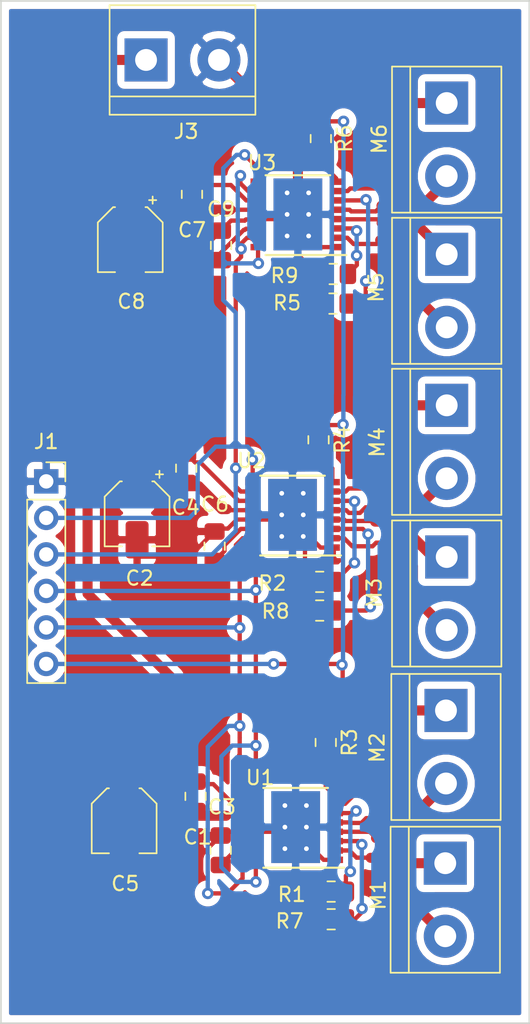
<source format=kicad_pcb>
(kicad_pcb (version 20171130) (host pcbnew "(5.1.2)-2")
  (layers (0 F.Cu signal) (31 B.Cu signal) (34 B.Paste user) (35 F.Paste user) (36 B.SilkS user) (37 F.SilkS user) (38 B.Mask user) (39 F.Mask user) (44 Edge.Cuts user))
  (net 0 "")
  (net 1 +12V)
  (net 2 "Net-(C1-Pad2)")
  (net 3 GND)
  (net 4 "Net-(C3-Pad1)")
  (net 5 "Net-(C4-Pad2)")
  (net 6 "Net-(C6-Pad1)")
  (net 7 "Net-(C7-Pad2)")
  (net 8 "Net-(C9-Pad1)")
  (net 9 /GPIO15)
  (net 10 /GPIO14)
  (net 11 /GPIO2)
  (net 12 /GPIO4)
  (net 13 /AOUT2)
  (net 14 /AOUT1)
  (net 15 /BOUT1)
  (net 16 /BOUT2)
  (net 17 /AFDER1)
  (net 18 /AFDER2)
  (net 19 /BFDER2)
  (net 20 /BFDER1)
  (net 21 /ADER2)
  (net 22 /ADER1)
  (net 23 /BDER1)
  (net 24 /BDER2)
  (net 25 "Net-(R1-Pad1)")
  (net 26 "Net-(R2-Pad1)")
  (net 27 "Net-(R3-Pad2)")
  (net 28 "Net-(R4-Pad2)")
  (net 29 "Net-(R5-Pad1)")
  (net 30 "Net-(R6-Pad2)")
  (net 31 VCC)
  (net 32 "Net-(R7-Pad1)")
  (net 33 "Net-(R8-Pad1)")
  (net 34 "Net-(R9-Pad1)")
  (module Capacitor_SMD:C_0805_2012Metric_Pad1.15x1.40mm_HandSolder (layer F.Cu) (at 149.175 87.025 90)
    (fp_text reference C3 (at 3.01 0.09 180) (layer F.SilkS))
    (fp_text value 2.2uF)
    (pad 2 smd roundrect (at 1.025 0 90) (size 1.15 1.4) (layers F.Cu F.Paste F.Mask) (roundrect_rratio 0.217391) (net 3 GND))
    (pad 1 smd roundrect (at -1.025 0 90) (size 1.15 1.4) (layers F.Cu F.Paste F.Mask) (roundrect_rratio 0.217391) (net 4 "Net-(C3-Pad1)"))
  )
  (module Package_SO:HTSSOP-16-1EP_4.4x5mm_P0.65mm_EP3.4x5mm_Mask2.46x2.31mm_ThermalVias (layer F.Cu) (at 154.555 42.795 180)
    (fp_text reference U3 (at 2.505 3.595) (layer F.SilkS))
    (fp_text value DRV8833PWP)
    (pad 17 smd rect (at 0 0 180) (size 3.4 5) (layers B.Cu) (net 3 GND))
    (pad 1 smd rect (at -2.775 -2.275 180) (size 1.05 0.45) (layers F.Cu F.Paste F.Mask) (net 3 GND))
    (pad 2 smd rect (at -2.775 -1.625 180) (size 1.05 0.45) (layers F.Cu F.Paste F.Mask) (net 22 /ADER1))
    (pad 3 smd rect (at -2.775 -0.975 180) (size 1.05 0.45) (layers F.Cu F.Paste F.Mask) (net 34 "Net-(R9-Pad1)"))
    (pad 4 smd rect (at -2.775 -0.325 180) (size 1.05 0.45) (layers F.Cu F.Paste F.Mask) (net 21 /ADER2))
    (pad 5 smd rect (at -2.775 0.325 180) (size 1.05 0.45) (layers F.Cu F.Paste F.Mask) (net 24 /BDER2))
    (pad 6 smd rect (at -2.775 0.975 180) (size 1.05 0.45) (layers F.Cu F.Paste F.Mask) (net 29 "Net-(R5-Pad1)"))
    (pad 7 smd rect (at -2.775 1.625 180) (size 1.05 0.45) (layers F.Cu F.Paste F.Mask) (net 23 /BDER1))
    (pad 8 smd rect (at -2.775 2.275 180) (size 1.05 0.45) (layers F.Cu F.Paste F.Mask) (net 30 "Net-(R6-Pad2)"))
    (pad 9 smd rect (at 2.775 2.275 180) (size 1.05 0.45) (layers F.Cu F.Paste F.Mask) (net 10 /GPIO14))
    (pad 10 smd rect (at 2.775 1.625 180) (size 1.05 0.45) (layers F.Cu F.Paste F.Mask) (net 9 /GPIO15))
    (pad 11 smd rect (at 2.775 0.975 180) (size 1.05 0.45) (layers F.Cu F.Paste F.Mask) (net 7 "Net-(C7-Pad2)"))
    (pad 12 smd rect (at 2.775 0.325 180) (size 1.05 0.45) (layers F.Cu F.Paste F.Mask) (net 1 +12V))
    (pad 13 smd rect (at 2.775 -0.325 180) (size 1.05 0.45) (layers F.Cu F.Paste F.Mask) (net 3 GND))
    (pad 14 smd rect (at 2.775 -0.975 180) (size 1.05 0.45) (layers F.Cu F.Paste F.Mask) (net 8 "Net-(C9-Pad1)"))
    (pad 15 smd rect (at 2.775 -1.625 180) (size 1.05 0.45) (layers F.Cu F.Paste F.Mask) (net 9 /GPIO15))
    (pad 16 smd rect (at 2.775 -2.275 180) (size 1.05 0.45) (layers F.Cu F.Paste F.Mask) (net 10 /GPIO14))
    (pad 17 smd rect (at 0 0 180) (size 3.4 5) (layers F.Cu) (net 3 GND))
    (pad 17 thru_hole circle (at -0.75 -1.5 180) (size 0.75 0.75) (drill 0.33) (layers *.Cu) (net 3 GND))
    (pad 17 thru_hole circle (at 0.75 -1.5 180) (size 0.75 0.75) (drill 0.33) (layers *.Cu) (net 3 GND))
    (pad 17 thru_hole circle (at -0.75 0 180) (size 0.75 0.75) (drill 0.33) (layers *.Cu) (net 3 GND))
    (pad 17 thru_hole circle (at 0.75 0 180) (size 0.75 0.75) (drill 0.33) (layers *.Cu) (net 3 GND))
    (pad 17 thru_hole circle (at -0.75 1.5 180) (size 0.75 0.75) (drill 0.33) (layers *.Cu) (net 3 GND))
    (pad 17 thru_hole circle (at 0.75 1.5 180) (size 0.75 0.75) (drill 0.33) (layers *.Cu) (net 3 GND))
  )
  (module Resistor_SMD:R_0805_2012Metric_Pad1.15x1.40mm_HandSolder (layer F.Cu) (at 156.075 68.355 180)
    (fp_text reference R2 (at 3.3 -0.095) (layer F.SilkS))
    (fp_text value 200mOhm)
    (pad 2 smd roundrect (at 1.025 0 180) (size 1.15 1.4) (layers F.Cu F.Paste F.Mask) (roundrect_rratio 0.217391) (net 3 GND))
    (pad 1 smd roundrect (at -1.025 0 180) (size 1.15 1.4) (layers F.Cu F.Paste F.Mask) (roundrect_rratio 0.217391) (net 26 "Net-(R2-Pad1)"))
  )
  (module Connector_PinSocket_2.54mm:PinSocket_1x06_P2.54mm_Vertical (layer F.Cu) (at 137.02 61.365)
    (fp_text reference J1 (at 0 -2.77) (layer F.SilkS))
    (fp_text value Conn_01x06_Female)
    (pad 1 thru_hole rect (at 0 0) (size 1.7 1.7) (drill 1) (layers *.Cu *.Mask) (net 3 GND))
    (pad 2 thru_hole oval (at 0 2.54) (size 1.7 1.7) (drill 1) (layers *.Cu *.Mask) (net 10 /GPIO14))
    (pad 3 thru_hole oval (at 0 5.08) (size 1.7 1.7) (drill 1) (layers *.Cu *.Mask) (net 9 /GPIO15))
    (pad 4 thru_hole oval (at 0 7.62) (size 1.7 1.7) (drill 1) (layers *.Cu *.Mask) (net 12 /GPIO4))
    (pad 5 thru_hole oval (at 0 10.16) (size 1.7 1.7) (drill 1) (layers *.Cu *.Mask) (net 11 /GPIO2))
    (pad 6 thru_hole oval (at 0 12.7) (size 1.7 1.7) (drill 1) (layers *.Cu *.Mask) (net 31 VCC))
  )
  (module TerminalBlock:TerminalBlock_bornier-2_P5.08mm (layer F.Cu) (at 164.825 87.925 270)
    (fp_text reference M1 (at 2.225 4.675 90) (layer F.SilkS))
    (fp_text value Motor_DC)
    (pad 2 thru_hole circle (at 5.08 0 270) (size 3 3) (drill 1.52) (layers *.Cu *.Mask) (net 14 /AOUT1))
    (pad 1 thru_hole rect (at 0 0 270) (size 3 3) (drill 1.52) (layers *.Cu *.Mask) (net 13 /AOUT2))
  )
  (module Capacitor_SMD:C_0805_2012Metric_Pad1.15x1.40mm_HandSolder (layer F.Cu) (at 147.425 83.275 90)
    (fp_text reference C1 (at -2.83 0.135 180) (layer F.SilkS))
    (fp_text value .01uF)
    (pad 1 smd roundrect (at -1.025 0 90) (size 1.15 1.4) (layers F.Cu F.Paste F.Mask) (roundrect_rratio 0.217391) (net 1 +12V))
    (pad 2 smd roundrect (at 1.025 0 90) (size 1.15 1.4) (layers F.Cu F.Paste F.Mask) (roundrect_rratio 0.217391) (net 2 "Net-(C1-Pad2)"))
  )
  (module Capacitor_SMD:C_0805_2012Metric_Pad1.15x1.40mm_HandSolder (layer F.Cu) (at 146.775 60.45 90)
    (fp_text reference C4 (at -2.722 -0.04 180) (layer F.SilkS))
    (fp_text value .01uF)
    (pad 1 smd roundrect (at -1.025 0 90) (size 1.15 1.4) (layers F.Cu F.Paste F.Mask) (roundrect_rratio 0.217391) (net 1 +12V))
    (pad 2 smd roundrect (at 1.025 0 90) (size 1.15 1.4) (layers F.Cu F.Paste F.Mask) (roundrect_rratio 0.217391) (net 5 "Net-(C4-Pad2)"))
  )
  (module Capacitor_SMD:C_0805_2012Metric_Pad1.15x1.40mm_HandSolder (layer F.Cu) (at 148.75 65.875 90)
    (fp_text reference C6 (at 2.915 0.026 180) (layer F.SilkS))
    (fp_text value 2.2uF)
    (pad 2 smd roundrect (at 1.025 0 90) (size 1.15 1.4) (layers F.Cu F.Paste F.Mask) (roundrect_rratio 0.217391) (net 3 GND))
    (pad 1 smd roundrect (at -1.025 0 90) (size 1.15 1.4) (layers F.Cu F.Paste F.Mask) (roundrect_rratio 0.217391) (net 6 "Net-(C6-Pad1)"))
  )
  (module Capacitor_SMD:C_0805_2012Metric_Pad1.15x1.40mm_HandSolder (layer F.Cu) (at 147.175 41.4 90)
    (fp_text reference C7 (at -2.473 0.002 180) (layer F.SilkS))
    (fp_text value .01uF)
    (pad 1 smd roundrect (at -1.025 0 90) (size 1.15 1.4) (layers F.Cu F.Paste F.Mask) (roundrect_rratio 0.217391) (net 1 +12V))
    (pad 2 smd roundrect (at 1.025 0 90) (size 1.15 1.4) (layers F.Cu F.Paste F.Mask) (roundrect_rratio 0.217391) (net 7 "Net-(C7-Pad2)"))
  )
  (module Capacitor_SMD:C_0805_2012Metric_Pad1.15x1.40mm_HandSolder (layer F.Cu) (at 149.2 44.95 90)
    (fp_text reference C9 (at 2.525 0 180) (layer F.SilkS))
    (fp_text value 2.2uF)
    (pad 1 smd roundrect (at -1.025 0 90) (size 1.15 1.4) (layers F.Cu F.Paste F.Mask) (roundrect_rratio 0.217391) (net 8 "Net-(C9-Pad1)"))
    (pad 2 smd roundrect (at 1.025 0 90) (size 1.15 1.4) (layers F.Cu F.Paste F.Mask) (roundrect_rratio 0.217391) (net 3 GND))
  )
  (module Resistor_SMD:R_0805_2012Metric_Pad1.15x1.40mm_HandSolder (layer F.Cu) (at 156.875 89.9 180)
    (fp_text reference R1 (at 2.75 -0.2) (layer F.SilkS))
    (fp_text value 200mOhms)
    (pad 2 smd roundrect (at 1.025 0 180) (size 1.15 1.4) (layers F.Cu F.Paste F.Mask) (roundrect_rratio 0.217391) (net 3 GND))
    (pad 1 smd roundrect (at -1.025 0 180) (size 1.15 1.4) (layers F.Cu F.Paste F.Mask) (roundrect_rratio 0.217391) (net 25 "Net-(R1-Pad1)"))
  )
  (module Resistor_SMD:R_0805_2012Metric_Pad1.15x1.40mm_HandSolder (layer F.Cu) (at 156.498 79.526 270)
    (fp_text reference R3 (at 0 -1.65 90) (layer F.SilkS))
    (fp_text value 1KOhm)
    (pad 2 smd roundrect (at 1.025 0 270) (size 1.15 1.4) (layers F.Cu F.Paste F.Mask) (roundrect_rratio 0.217391) (net 27 "Net-(R3-Pad2)"))
    (pad 1 smd roundrect (at -1.025 0 270) (size 1.15 1.4) (layers F.Cu F.Paste F.Mask) (roundrect_rratio 0.217391) (net 31 VCC))
  )
  (module Resistor_SMD:R_0805_2012Metric_Pad1.15x1.40mm_HandSolder (layer F.Cu) (at 155.994 58.474 270)
    (fp_text reference R4 (at 0 -1.65 90) (layer F.SilkS))
    (fp_text value 1KOhm)
    (pad 1 smd roundrect (at -1.025 0 270) (size 1.15 1.4) (layers F.Cu F.Paste F.Mask) (roundrect_rratio 0.217391) (net 31 VCC))
    (pad 2 smd roundrect (at 1.025 0 270) (size 1.15 1.4) (layers F.Cu F.Paste F.Mask) (roundrect_rratio 0.217391) (net 28 "Net-(R4-Pad2)"))
  )
  (module Resistor_SMD:R_0805_2012Metric_Pad1.15x1.40mm_HandSolder (layer F.Cu) (at 157 49 180)
    (fp_text reference R5 (at 3.2 0.05) (layer F.SilkS))
    (fp_text value 200mOhm)
    (pad 1 smd roundrect (at -1.025 0 180) (size 1.15 1.4) (layers F.Cu F.Paste F.Mask) (roundrect_rratio 0.217391) (net 29 "Net-(R5-Pad1)"))
    (pad 2 smd roundrect (at 1.025 0 180) (size 1.15 1.4) (layers F.Cu F.Paste F.Mask) (roundrect_rratio 0.217391) (net 3 GND))
  )
  (module Resistor_SMD:R_0805_2012Metric_Pad1.15x1.40mm_HandSolder (layer F.Cu) (at 156.155 37.522 270)
    (fp_text reference R6 (at 0 -1.65 90) (layer F.SilkS))
    (fp_text value 1KOhm)
    (pad 1 smd roundrect (at -1.025 0 270) (size 1.15 1.4) (layers F.Cu F.Paste F.Mask) (roundrect_rratio 0.217391) (net 31 VCC))
    (pad 2 smd roundrect (at 1.025 0 270) (size 1.15 1.4) (layers F.Cu F.Paste F.Mask) (roundrect_rratio 0.217391) (net 30 "Net-(R6-Pad2)"))
  )
  (module Package_SO:HTSSOP-16-1EP_4.4x5mm_P0.65mm_EP3.4x5mm_Mask2.46x2.31mm_ThermalVias (layer F.Cu) (at 154.4 85.415 180)
    (fp_text reference U1 (at 2.475 3.44) (layer F.SilkS))
    (fp_text value DRV8833PWP)
    (pad 17 smd rect (at 0 0 180) (size 3.4 5) (layers B.Cu) (net 3 GND))
    (pad 1 smd rect (at -2.775 -2.275 180) (size 1.05 0.45) (layers F.Cu F.Paste F.Mask) (net 3 GND))
    (pad 2 smd rect (at -2.775 -1.625 180) (size 1.05 0.45) (layers F.Cu F.Paste F.Mask) (net 14 /AOUT1))
    (pad 3 smd rect (at -2.775 -0.975 180) (size 1.05 0.45) (layers F.Cu F.Paste F.Mask) (net 32 "Net-(R7-Pad1)"))
    (pad 4 smd rect (at -2.775 -0.325 180) (size 1.05 0.45) (layers F.Cu F.Paste F.Mask) (net 13 /AOUT2))
    (pad 5 smd rect (at -2.775 0.325 180) (size 1.05 0.45) (layers F.Cu F.Paste F.Mask) (net 16 /BOUT2))
    (pad 6 smd rect (at -2.775 0.975 180) (size 1.05 0.45) (layers F.Cu F.Paste F.Mask) (net 25 "Net-(R1-Pad1)"))
    (pad 7 smd rect (at -2.775 1.625 180) (size 1.05 0.45) (layers F.Cu F.Paste F.Mask) (net 15 /BOUT1))
    (pad 8 smd rect (at -2.775 2.275 180) (size 1.05 0.45) (layers F.Cu F.Paste F.Mask) (net 27 "Net-(R3-Pad2)"))
    (pad 9 smd rect (at 2.775 2.275 180) (size 1.05 0.45) (layers F.Cu F.Paste F.Mask) (net 12 /GPIO4))
    (pad 10 smd rect (at 2.775 1.625 180) (size 1.05 0.45) (layers F.Cu F.Paste F.Mask) (net 11 /GPIO2))
    (pad 11 smd rect (at 2.775 0.975 180) (size 1.05 0.45) (layers F.Cu F.Paste F.Mask) (net 2 "Net-(C1-Pad2)"))
    (pad 12 smd rect (at 2.775 0.325 180) (size 1.05 0.45) (layers F.Cu F.Paste F.Mask) (net 1 +12V))
    (pad 13 smd rect (at 2.775 -0.325 180) (size 1.05 0.45) (layers F.Cu F.Paste F.Mask) (net 3 GND))
    (pad 14 smd rect (at 2.775 -0.975 180) (size 1.05 0.45) (layers F.Cu F.Paste F.Mask) (net 4 "Net-(C3-Pad1)"))
    (pad 15 smd rect (at 2.775 -1.625 180) (size 1.05 0.45) (layers F.Cu F.Paste F.Mask) (net 11 /GPIO2))
    (pad 16 smd rect (at 2.775 -2.275 180) (size 1.05 0.45) (layers F.Cu F.Paste F.Mask) (net 12 /GPIO4))
    (pad 17 smd rect (at 0 0 180) (size 3.4 5) (layers F.Cu) (net 3 GND))
    (pad 17 thru_hole circle (at -0.75 -1.5 180) (size 0.75 0.75) (drill 0.33) (layers *.Cu) (net 3 GND))
    (pad 17 thru_hole circle (at 0.75 -1.5 180) (size 0.75 0.75) (drill 0.33) (layers *.Cu) (net 3 GND))
    (pad 17 thru_hole circle (at -0.75 0 180) (size 0.75 0.75) (drill 0.33) (layers *.Cu) (net 3 GND))
    (pad 17 thru_hole circle (at 0.75 0 180) (size 0.75 0.75) (drill 0.33) (layers *.Cu) (net 3 GND))
    (pad 17 thru_hole circle (at -0.75 1.5 180) (size 0.75 0.75) (drill 0.33) (layers *.Cu) (net 3 GND))
    (pad 17 thru_hole circle (at 0.75 1.5 180) (size 0.75 0.75) (drill 0.33) (layers *.Cu) (net 3 GND))
  )
  (module Package_SO:HTSSOP-16-1EP_4.4x5mm_P0.65mm_EP3.4x5mm_Mask2.46x2.31mm_ThermalVias (layer F.Cu) (at 154.18 63.695 180)
    (fp_text reference U2 (at 2.855 3.77) (layer F.SilkS))
    (fp_text value DRV8833PWP)
    (pad 17 thru_hole circle (at 0.75 1.5 180) (size 0.75 0.75) (drill 0.33) (layers *.Cu) (net 3 GND))
    (pad 17 thru_hole circle (at -0.75 1.5 180) (size 0.75 0.75) (drill 0.33) (layers *.Cu) (net 3 GND))
    (pad 17 thru_hole circle (at 0.75 0 180) (size 0.75 0.75) (drill 0.33) (layers *.Cu) (net 3 GND))
    (pad 17 thru_hole circle (at -0.75 0 180) (size 0.75 0.75) (drill 0.33) (layers *.Cu) (net 3 GND))
    (pad 17 thru_hole circle (at 0.75 -1.5 180) (size 0.75 0.75) (drill 0.33) (layers *.Cu) (net 3 GND))
    (pad 17 thru_hole circle (at -0.75 -1.5 180) (size 0.75 0.75) (drill 0.33) (layers *.Cu) (net 3 GND))
    (pad 17 smd rect (at 0 0 180) (size 3.4 5) (layers F.Cu) (net 3 GND))
    (pad 16 smd rect (at 2.775 -2.275 180) (size 1.05 0.45) (layers F.Cu F.Paste F.Mask) (net 12 /GPIO4))
    (pad 15 smd rect (at 2.775 -1.625 180) (size 1.05 0.45) (layers F.Cu F.Paste F.Mask) (net 11 /GPIO2))
    (pad 14 smd rect (at 2.775 -0.975 180) (size 1.05 0.45) (layers F.Cu F.Paste F.Mask) (net 6 "Net-(C6-Pad1)"))
    (pad 13 smd rect (at 2.775 -0.325 180) (size 1.05 0.45) (layers F.Cu F.Paste F.Mask) (net 3 GND))
    (pad 12 smd rect (at 2.775 0.325 180) (size 1.05 0.45) (layers F.Cu F.Paste F.Mask) (net 1 +12V))
    (pad 11 smd rect (at 2.775 0.975 180) (size 1.05 0.45) (layers F.Cu F.Paste F.Mask) (net 5 "Net-(C4-Pad2)"))
    (pad 10 smd rect (at 2.775 1.625 180) (size 1.05 0.45) (layers F.Cu F.Paste F.Mask) (net 9 /GPIO15))
    (pad 9 smd rect (at 2.775 2.275 180) (size 1.05 0.45) (layers F.Cu F.Paste F.Mask) (net 10 /GPIO14))
    (pad 8 smd rect (at -2.775 2.275 180) (size 1.05 0.45) (layers F.Cu F.Paste F.Mask) (net 28 "Net-(R4-Pad2)"))
    (pad 7 smd rect (at -2.775 1.625 180) (size 1.05 0.45) (layers F.Cu F.Paste F.Mask) (net 20 /BFDER1))
    (pad 6 smd rect (at -2.775 0.975 180) (size 1.05 0.45) (layers F.Cu F.Paste F.Mask) (net 26 "Net-(R2-Pad1)"))
    (pad 5 smd rect (at -2.775 0.325 180) (size 1.05 0.45) (layers F.Cu F.Paste F.Mask) (net 19 /BFDER2))
    (pad 4 smd rect (at -2.775 -0.325 180) (size 1.05 0.45) (layers F.Cu F.Paste F.Mask) (net 18 /AFDER2))
    (pad 3 smd rect (at -2.775 -0.975 180) (size 1.05 0.45) (layers F.Cu F.Paste F.Mask) (net 33 "Net-(R8-Pad1)"))
    (pad 2 smd rect (at -2.775 -1.625 180) (size 1.05 0.45) (layers F.Cu F.Paste F.Mask) (net 17 /AFDER1))
    (pad 1 smd rect (at -2.775 -2.275 180) (size 1.05 0.45) (layers F.Cu F.Paste F.Mask) (net 3 GND))
    (pad 17 smd rect (at 0 0 180) (size 3.4 5) (layers B.Cu) (net 3 GND))
  )
  (module TerminalBlock:TerminalBlock_bornier-2_P5.08mm (layer F.Cu) (at 164.875 77.3 270)
    (fp_text reference M2 (at 2.6 4.8 90) (layer F.SilkS))
    (fp_text value Motor_DC)
    (pad 2 thru_hole circle (at 5.08 0 270) (size 3 3) (drill 1.52) (layers *.Cu *.Mask) (net 16 /BOUT2))
    (pad 1 thru_hole rect (at 0 0 270) (size 3 3) (drill 1.52) (layers *.Cu *.Mask) (net 15 /BOUT1))
  )
  (module TerminalBlock:TerminalBlock_bornier-2_P5.08mm (layer F.Cu) (at 164.925 66.625 270)
    (fp_text reference M3 (at 2.5 5.05 90) (layer F.SilkS))
    (fp_text value Motor_DC)
    (pad 1 thru_hole rect (at 0 0 270) (size 3 3) (drill 1.52) (layers *.Cu *.Mask) (net 18 /AFDER2))
    (pad 2 thru_hole circle (at 5.08 0 270) (size 3 3) (drill 1.52) (layers *.Cu *.Mask) (net 17 /AFDER1))
  )
  (module TerminalBlock:TerminalBlock_bornier-2_P5.08mm (layer F.Cu) (at 164.925 56.075 270)
    (fp_text reference M4 (at 2.575 4.85 90) (layer F.SilkS))
    (fp_text value Motor_DC)
    (pad 1 thru_hole rect (at 0 0 270) (size 3 3) (drill 1.52) (layers *.Cu *.Mask) (net 20 /BFDER1))
    (pad 2 thru_hole circle (at 5.08 0 270) (size 3 3) (drill 1.52) (layers *.Cu *.Mask) (net 19 /BFDER2))
  )
  (module TerminalBlock:TerminalBlock_bornier-2_P5.08mm (layer F.Cu) (at 164.925 45.57 270)
    (fp_text reference M5 (at 2.305 4.925 90) (layer F.SilkS))
    (fp_text value Motor_DC)
    (pad 1 thru_hole rect (at 0 0 270) (size 3 3) (drill 1.52) (layers *.Cu *.Mask) (net 21 /ADER2))
    (pad 2 thru_hole circle (at 5.08 0 270) (size 3 3) (drill 1.52) (layers *.Cu *.Mask) (net 22 /ADER1))
  )
  (module TerminalBlock:TerminalBlock_bornier-2_P5.08mm (layer F.Cu) (at 164.925 35.05 270)
    (fp_text reference M6 (at 2.5 4.7 90) (layer F.SilkS))
    (fp_text value Motor_DC)
    (pad 2 thru_hole circle (at 5.08 0 270) (size 3 3) (drill 1.52) (layers *.Cu *.Mask) (net 24 /BDER2))
    (pad 1 thru_hole rect (at 0 0 270) (size 3 3) (drill 1.52) (layers *.Cu *.Mask) (net 23 /BDER1))
  )
  (module Resistor_SMD:R_0805_2012Metric_Pad1.15x1.40mm_HandSolder (layer F.Cu) (at 156.875 91.825 180)
    (fp_text reference R7 (at 2.9 -0.125) (layer F.SilkS))
    (fp_text value 200mOhms)
    (pad 2 smd roundrect (at 1.025 0 180) (size 1.15 1.4) (layers F.Cu F.Paste F.Mask) (roundrect_rratio 0.217391) (net 3 GND))
    (pad 1 smd roundrect (at -1.025 0 180) (size 1.15 1.4) (layers F.Cu F.Paste F.Mask) (roundrect_rratio 0.217391) (net 32 "Net-(R7-Pad1)"))
  )
  (module Resistor_SMD:R_0805_2012Metric_Pad1.15x1.40mm_HandSolder (layer F.Cu) (at 156.075 70.35 180)
    (fp_text reference R8 (at 3.075 -0.05) (layer F.SilkS))
    (fp_text value 200mOhm)
    (pad 1 smd roundrect (at -1.025 0 180) (size 1.15 1.4) (layers F.Cu F.Paste F.Mask) (roundrect_rratio 0.217391) (net 33 "Net-(R8-Pad1)"))
    (pad 2 smd roundrect (at 1.025 0 180) (size 1.15 1.4) (layers F.Cu F.Paste F.Mask) (roundrect_rratio 0.217391) (net 3 GND))
  )
  (module Resistor_SMD:R_0805_2012Metric_Pad1.15x1.40mm_HandSolder (layer F.Cu) (at 157.015 46.94 180)
    (fp_text reference R9 (at 3.39 -0.11) (layer F.SilkS))
    (fp_text value 200mOhms)
    (pad 1 smd roundrect (at -1.025 0 180) (size 1.15 1.4) (layers F.Cu F.Paste F.Mask) (roundrect_rratio 0.217391) (net 34 "Net-(R9-Pad1)"))
    (pad 2 smd roundrect (at 1.025 0 180) (size 1.15 1.4) (layers F.Cu F.Paste F.Mask) (roundrect_rratio 0.217391) (net 3 GND))
  )
  (module TerminalBlock:TerminalBlock_bornier-2_P5.08mm (layer F.Cu) (at 143.975 32.05)
    (fp_text reference J3 (at 2.8 4.975 180) (layer F.SilkS))
    (fp_text value Screw_Terminal_01x02)
    (pad 1 thru_hole rect (at 0 0) (size 3 3) (drill 1.52) (layers *.Cu *.Mask) (net 1 +12V))
    (pad 2 thru_hole circle (at 5.08 0) (size 3 3) (drill 1.52) (layers *.Cu *.Mask) (net 3 GND))
  )
  (module Capacitor_SMD:CP_Elec_4x5.4 (layer F.Cu) (at 143.35 63.625 270)
    (fp_text reference C2 (at 4.475 -0.175 180) (layer F.SilkS))
    (fp_text value 10uF)
    (pad 2 smd roundrect (at 1.8 0 270) (size 2.6 1.6) (layers F.Cu F.Paste F.Mask) (roundrect_rratio 0.15625) (net 3 GND))
    (pad 1 smd roundrect (at -1.8 0 270) (size 2.6 1.6) (layers F.Cu F.Paste F.Mask) (roundrect_rratio 0.15625) (net 1 +12V))
  )
  (module Capacitor_SMD:C_Elec_4x5.4 (layer F.Cu) (at 142.45 84.975 270)
    (fp_text reference C5 (at 4.375 -0.075 180) (layer F.SilkS))
    (fp_text value 10uF)
    (pad 1 smd roundrect (at -1.675 0 270) (size 2.65 1.6) (layers F.Cu F.Paste F.Mask) (roundrect_rratio 0.15625) (net 1 +12V))
    (pad 2 smd roundrect (at 1.675 0 270) (size 2.65 1.6) (layers F.Cu F.Paste F.Mask) (roundrect_rratio 0.15625) (net 3 GND))
  )
  (module Capacitor_SMD:CP_Elec_4x5.4 (layer F.Cu) (at 142.875 44.55 270)
    (fp_text reference C8 (at 4.3 -0.075 180) (layer F.SilkS))
    (fp_text value 10uF)
    (pad 2 smd roundrect (at 1.8 0 270) (size 2.6 1.6) (layers F.Cu F.Paste F.Mask) (roundrect_rratio 0.15625) (net 3 GND))
    (pad 1 smd roundrect (at -1.8 0 270) (size 2.6 1.6) (layers F.Cu F.Paste F.Mask) (roundrect_rratio 0.15625) (net 1 +12V))
  )
  (gr_line (start 170.688 27.94) (end 133.858 27.94) (layer Edge.Cuts) (width 0.12))
  (gr_line (start 170.688 99.06) (end 133.858 99.06) (layer Edge.Cuts) (width 0.12))
  (gr_line (start 133.858 99.06) (end 133.858 27.94) (layer Edge.Cuts) (width 0.12))
  (gr_line (start 170.688 27.94) (end 170.688 99.06) (layer Edge.Cuts) (width 0.12))
  (segment (start 143.975 32.05) (end 142.175 32.05) (width 0.3) (layer F.Cu) (net 1))
  (segment (start 151.087831 42.47) (end 151.78 42.47) (width 0.3) (layer F.Cu) (net 1))
  (segment (start 148.960001 42.470001) (end 148.960002 42.47) (width 0.3) (layer F.Cu) (net 1))
  (segment (start 148.960002 42.47) (end 149.13 42.47) (width 0.3) (layer F.Cu) (net 1))
  (segment (start 148.275 42.6) (end 148.425 42.45) (width 0.3) (layer F.Cu) (net 1))
  (segment (start 149.87 42.47) (end 151.087831 42.47) (width 0.3) (layer F.Cu) (net 1))
  (segment (start 151.405 63.37) (end 149.72 63.37) (width 0.3) (layer F.Cu) (net 1))
  (segment (start 149.9 84.625) (end 149.55 84.625) (width 0.3) (layer F.Cu) (net 1))
  (segment (start 151.625 85.09) (end 150.365 85.09) (width 0.3) (layer F.Cu) (net 1))
  (segment (start 150.365 85.09) (end 149.9 84.625) (width 0.3) (layer F.Cu) (net 1))
  (segment (start 139.988 42.198) (end 139.954 42.164) (width 0.3) (layer F.Cu) (net 1))
  (segment (start 139.954 41.402) (end 139.954 41.91) (width 0.7) (layer F.Cu) (net 1))
  (segment (start 139.954 33.871) (end 139.954 41.402) (width 0.7) (layer F.Cu) (net 1))
  (segment (start 143.975 32.05) (end 141.775 32.05) (width 0.7) (layer F.Cu) (net 1))
  (segment (start 141.775 32.05) (end 139.954 33.871) (width 0.7) (layer F.Cu) (net 1))
  (segment (start 139.954 42.672) (end 139.954 42.164) (width 0.7) (layer F.Cu) (net 1))
  (segment (start 139.954 42.164) (end 139.954 41.91) (width 0.7) (layer F.Cu) (net 1))
  (segment (start 146.342 61.722) (end 146.364 61.7) (width 0.7) (layer F.Cu) (net 1))
  (segment (start 145.542 61.722) (end 146.342 61.722) (width 0.7) (layer F.Cu) (net 1))
  (segment (start 146.364 61.7) (end 147.65 61.7) (width 0.7) (layer F.Cu) (net 1))
  (segment (start 147.65 61.7) (end 149.246416 63.296416) (width 0.7) (layer F.Cu) (net 1))
  (segment (start 149.246416 63.296416) (end 149.614357 63.296416) (width 0.7) (layer F.Cu) (net 1))
  (segment (start 139.954 43.18) (end 139.954 42.672) (width 0.7) (layer F.Cu) (net 1))
  (segment (start 145.542 61.722) (end 144.228 61.722) (width 0.7) (layer F.Cu) (net 1))
  (segment (start 140.728 61.722) (end 139.9 62.55) (width 0.7) (layer F.Cu) (net 1))
  (segment (start 147.225 84.625) (end 149.55 84.625) (width 0.7) (layer F.Cu) (net 1))
  (segment (start 139.9 62.55) (end 139.9 69.175) (width 0.7) (layer F.Cu) (net 1))
  (segment (start 144.228 61.722) (end 140.728 61.722) (width 0.7) (layer F.Cu) (net 1))
  (segment (start 145.78 75.055) (end 145.78 83.18) (width 0.7) (layer F.Cu) (net 1))
  (segment (start 139.9 69.175) (end 145.78 75.055) (width 0.7) (layer F.Cu) (net 1))
  (segment (start 145.78 83.18) (end 147.225 84.625) (width 0.7) (layer F.Cu) (net 1))
  (segment (start 143.6 83.05) (end 144.7 83.05) (width 0.7) (layer F.Cu) (net 1))
  (segment (start 144.7 83.05) (end 145.65 83.05) (width 0.7) (layer F.Cu) (net 1))
  (segment (start 142.7 83.05) (end 144.7 83.05) (width 0.7) (layer F.Cu) (net 1))
  (segment (start 142.45 83.3) (end 142.7 83.05) (width 0.7) (layer F.Cu) (net 1))
  (segment (start 148.18 42.47) (end 149.105 42.47) (width 0.7) (layer F.Cu) (net 1))
  (segment (start 149.105 42.47) (end 149.87 42.47) (width 0.7) (layer F.Cu) (net 1))
  (segment (start 140.114 42.164) (end 140.622 42.672) (width 0.7) (layer F.Cu) (net 1))
  (segment (start 139.954 42.164) (end 140.114 42.164) (width 0.7) (layer F.Cu) (net 1))
  (segment (start 140.622 42.672) (end 139.954 42.672) (width 0.7) (layer F.Cu) (net 1))
  (segment (start 140.462 42.672) (end 139.954 43.18) (width 0.7) (layer F.Cu) (net 1))
  (segment (start 140.622 42.672) (end 140.462 42.672) (width 0.7) (layer F.Cu) (net 1))
  (segment (start 145.747 42.672) (end 140.622 42.672) (width 0.7) (layer F.Cu) (net 1))
  (segment (start 145.949 42.47) (end 149.105 42.47) (width 0.7) (layer F.Cu) (net 1))
  (segment (start 145.747 42.672) (end 145.949 42.47) (width 0.7) (layer F.Cu) (net 1))
  (segment (start 139.954 48.054) (end 139.954 43.18) (width 0.7) (layer F.Cu) (net 1))
  (segment (start 143.425 51.525) (end 139.954 48.054) (width 0.7) (layer F.Cu) (net 1))
  (segment (start 143.425 60.833) (end 143.425 51.525) (width 0.7) (layer F.Cu) (net 1))
  (segment (start 147.515685 82.425) (end 146.95 82.425) (width 0.3) (layer F.Cu) (net 2))
  (segment (start 151.625 84.44) (end 150.677165 84.44) (width 0.3) (layer F.Cu) (net 2))
  (segment (start 150.677165 84.44) (end 148.662165 82.425) (width 0.3) (layer F.Cu) (net 2))
  (segment (start 148.662165 82.425) (end 147.515685 82.425) (width 0.3) (layer F.Cu) (net 2))
  (segment (start 154.18 64.015002) (end 154.18 63.695) (width 0.3) (layer F.Cu) (net 3))
  (segment (start 156.134998 65.97) (end 154.18 64.015002) (width 0.3) (layer F.Cu) (net 3))
  (segment (start 156.955 65.97) (end 156.134998 65.97) (width 0.3) (layer F.Cu) (net 3))
  (segment (start 156.08 45.07) (end 155.305 44.295) (width 0.3) (layer F.Cu) (net 3))
  (segment (start 157.33 45.07) (end 156.08 45.07) (width 0.3) (layer F.Cu) (net 3))
  (segment (start 153.855 64.02) (end 154.18 63.695) (width 0.3) (layer F.Cu) (net 3))
  (segment (start 151.405 64.02) (end 153.855 64.02) (width 0.3) (layer F.Cu) (net 3))
  (segment (start 154.075 85.74) (end 154.4 85.415) (width 0.3) (layer F.Cu) (net 3))
  (segment (start 151.625 85.74) (end 154.075 85.74) (width 0.3) (layer F.Cu) (net 3))
  (segment (start 154.43 85.385) (end 154.4 85.415) (width 0.3) (layer F.Cu) (net 3))
  (segment (start 154.4 85.74) (end 154.4 85.415) (width 0.3) (layer F.Cu) (net 3))
  (segment (start 156.35 87.69) (end 154.4 85.74) (width 0.3) (layer F.Cu) (net 3))
  (segment (start 157.175 87.69) (end 156.35 87.69) (width 0.3) (layer F.Cu) (net 3))
  (segment (start 153.48 43.12) (end 153.805 42.795) (width 0.3) (layer F.Cu) (net 3))
  (segment (start 151.78 43.12) (end 153.48 43.12) (width 0.3) (layer F.Cu) (net 3))
  (segment (start 153.877999 61.769999) (end 153.905 61.769999) (width 0.3) (layer F.Cu) (net 3))
  (segment (start 155.054 41.745) (end 154.28 41.745) (width 0.3) (layer F.Cu) (net 3))
  (segment (start 154.28 41.745) (end 155.106261 41.745) (width 0.3) (layer F.Cu) (net 3))
  (segment (start 155.05 64.565) (end 154.18 63.695) (width 0.3) (layer F.Cu) (net 3))
  (segment (start 155.05 68.355) (end 155.05 64.565) (width 0.3) (layer F.Cu) (net 3))
  (segment (start 155.9 46.94) (end 155.99 46.94) (width 0.3) (layer F.Cu) (net 3))
  (segment (start 154.555 45.595) (end 155.9 46.94) (width 0.3) (layer F.Cu) (net 3))
  (segment (start 154.555 42.795) (end 154.555 45.595) (width 0.3) (layer F.Cu) (net 3))
  (segment (start 150.8 85.74) (end 151.625 85.74) (width 0.3) (layer F.Cu) (net 3))
  (segment (start 149.355 85.74) (end 150.8 85.74) (width 0.3) (layer F.Cu) (net 3))
  (segment (start 148.885 86.21) (end 149.355 85.74) (width 0.3) (layer F.Cu) (net 3))
  (segment (start 148.085 86.21) (end 148.885 86.21) (width 0.3) (layer F.Cu) (net 3))
  (segment (start 154.18 64.445) (end 153.43 65.195) (width 0.3) (layer F.Cu) (net 3))
  (segment (start 154.18 63.695) (end 154.18 64.445) (width 0.3) (layer F.Cu) (net 3))
  (segment (start 154.18 60.895) (end 154.18 63.695) (width 0.3) (layer F.Cu) (net 3))
  (segment (start 154.18 50.445) (end 154.18 60.895) (width 0.3) (layer F.Cu) (net 3))
  (segment (start 155.45 49.175) (end 154.18 50.445) (width 0.3) (layer F.Cu) (net 3))
  (segment (start 149.675 64.65) (end 148.234 64.65) (width 0.3) (layer F.Cu) (net 3))
  (segment (start 151.405 64.02) (end 150.305 64.02) (width 0.3) (layer F.Cu) (net 3))
  (segment (start 150.305 64.02) (end 149.675 64.65) (width 0.3) (layer F.Cu) (net 3))
  (segment (start 155.05 70.35) (end 155.05 68.355) (width 0.3) (layer F.Cu) (net 3))
  (segment (start 155.05 70.78) (end 155.05 70.35) (width 0.3) (layer F.Cu) (net 3))
  (segment (start 155.85 89.9) (end 155.85 91.125) (width 0.3) (layer F.Cu) (net 3))
  (segment (start 155.85 91.125) (end 155.85 91.375) (width 0.3) (layer F.Cu) (net 3))
  (segment (start 154.4 88.45) (end 154.4 85.415) (width 0.3) (layer F.Cu) (net 3))
  (segment (start 155.85 89.9) (end 154.4 88.45) (width 0.3) (layer F.Cu) (net 3))
  (segment (start 154.4 86.165) (end 153.65 86.915) (width 0.3) (layer F.Cu) (net 3))
  (segment (start 154.4 85.415) (end 154.4 86.165) (width 0.3) (layer F.Cu) (net 3))
  (segment (start 155.85 91.825) (end 155.85 89.9) (width 0.3) (layer F.Cu) (net 3))
  (segment (start 149.055 32.05) (end 154.555 37.55) (width 0.7) (layer F.Cu) (net 3))
  (segment (start 154.555 39.595) (end 154.555 42.795) (width 0.7) (layer F.Cu) (net 3))
  (segment (start 154.555 37.55) (end 154.555 39.595) (width 0.7) (layer F.Cu) (net 3))
  (segment (start 151.755001 43.144999) (end 151.78 43.12) (width 0.3) (layer F.Cu) (net 3))
  (segment (start 149.2 43.925) (end 149.900001 43.224999) (width 0.3) (layer F.Cu) (net 3))
  (segment (start 149.900001 43.224999) (end 150.850001 43.224999) (width 0.3) (layer F.Cu) (net 3))
  (segment (start 150.850001 43.224999) (end 150.854999 43.229997) (width 0.3) (layer F.Cu) (net 3))
  (segment (start 150.854999 43.224999) (end 150.934999 43.144999) (width 0.3) (layer F.Cu) (net 3))
  (segment (start 150.854999 43.229997) (end 150.854999 43.224999) (width 0.3) (layer F.Cu) (net 3))
  (segment (start 150.934999 43.144999) (end 151.755001 43.144999) (width 0.3) (layer F.Cu) (net 3))
  (segment (start 148.75 64.85) (end 147 66.6) (width 0.3) (layer F.Cu) (net 3))
  (segment (start 147 66.6) (end 143.275 66.6) (width 0.3) (layer F.Cu) (net 3))
  (segment (start 143.9375 88.1375) (end 147.0375 88.1375) (width 0.3) (layer F.Cu) (net 3))
  (segment (start 142.45 86.65) (end 143.9375 88.1375) (width 0.3) (layer F.Cu) (net 3))
  (segment (start 149.175 86) (end 147.0375 88.1375) (width 0.3) (layer F.Cu) (net 3))
  (segment (start 144.175 46.35) (end 142.875 46.35) (width 0.3) (layer F.Cu) (net 3))
  (segment (start 149.2 43.925) (end 146.775 46.35) (width 0.3) (layer F.Cu) (net 3))
  (segment (start 146.775 46.35) (end 144.175 46.35) (width 0.3) (layer F.Cu) (net 3))
  (segment (start 149.408372 87.816628) (end 149.175 88.05) (width 0.3) (layer F.Cu) (net 4))
  (segment (start 151.625 86.39) (end 150.8 86.39) (width 0.3) (layer F.Cu) (net 4))
  (segment (start 150.195 87.03) (end 150.195 86.995) (width 0.3) (layer F.Cu) (net 4))
  (segment (start 149.175 88.05) (end 150.195 87.03) (width 0.3) (layer F.Cu) (net 4))
  (segment (start 150.8 86.39) (end 150.195 86.995) (width 0.3) (layer F.Cu) (net 4))
  (segment (start 150.58 62.72) (end 151.405 62.72) (width 0.3) (layer F.Cu) (net 5))
  (segment (start 150.429315 62.72) (end 150.58 62.72) (width 0.3) (layer F.Cu) (net 5))
  (segment (start 149 61.290685) (end 150.429315 62.72) (width 0.3) (layer F.Cu) (net 5))
  (segment (start 147.757687 60.048372) (end 149 61.290685) (width 0.3) (layer F.Cu) (net 5))
  (segment (start 147.398372 60.048372) (end 147.757687 60.048372) (width 0.3) (layer F.Cu) (net 5))
  (segment (start 146.775 59.425) (end 147.398372 60.048372) (width 0.3) (layer F.Cu) (net 5))
  (segment (start 151.405 64.67) (end 150.58 64.67) (width 0.3) (layer F.Cu) (net 6))
  (segment (start 149.4375 66.2125) (end 148.75 66.9) (width 0.3) (layer F.Cu) (net 6))
  (segment (start 149.4375 65.8125) (end 149.4375 66.2125) (width 0.3) (layer F.Cu) (net 6))
  (segment (start 150.58 64.67) (end 149.4375 65.8125) (width 0.3) (layer F.Cu) (net 6))
  (segment (start 151.78 41.82) (end 151.755001 41.795001) (width 0.3) (layer F.Cu) (net 7))
  (segment (start 150.955 41.82) (end 151.78 41.82) (width 0.3) (layer F.Cu) (net 7))
  (segment (start 149.885 40.75) (end 150.955 41.82) (width 0.3) (layer F.Cu) (net 7))
  (segment (start 147.375 40.75) (end 149.885 40.75) (width 0.3) (layer F.Cu) (net 7))
  (segment (start 147.1 40.475) (end 147.375 40.75) (width 0.3) (layer F.Cu) (net 7))
  (segment (start 150.934999 43.794999) (end 151.755001 43.794999) (width 0.3) (layer F.Cu) (net 8))
  (segment (start 148.776206 45.876628) (end 150.782843 43.869991) (width 0.3) (layer F.Cu) (net 8))
  (segment (start 150.860007 43.869991) (end 150.934999 43.794999) (width 0.3) (layer F.Cu) (net 8))
  (segment (start 150.782843 43.869991) (end 150.860007 43.869991) (width 0.3) (layer F.Cu) (net 8))
  (segment (start 151.755001 43.794999) (end 151.78 43.77) (width 0.3) (layer F.Cu) (net 8))
  (segment (start 150.58 62.07) (end 150.479999 61.969999) (width 0.3) (layer F.Cu) (net 9))
  (segment (start 151.405 62.07) (end 150.78 62.07) (width 0.3) (layer F.Cu) (net 9))
  (segment (start 150.78 62.07) (end 150.58 62.07) (width 0.3) (layer F.Cu) (net 9))
  (via (at 150.597109 45.187109) (size 0.8) (drill 0.4) (layers F.Cu B.Cu) (net 9))
  (segment (start 150.597109 44.833555) (end 150.597109 45.187109) (width 0.3) (layer F.Cu) (net 9))
  (via (at 150.55 40.1) (size 0.8) (drill 0.4) (layers F.Cu B.Cu) (net 9))
  (segment (start 151.010665 44.42) (end 150.597109 44.833555) (width 0.3) (layer F.Cu) (net 9))
  (segment (start 151.78 44.42) (end 151.010665 44.42) (width 0.3) (layer F.Cu) (net 9))
  (segment (start 150.368 40.282) (end 150.55 40.1) (width 0.3) (layer B.Cu) (net 9))
  (segment (start 150.597109 45.187109) (end 150.368 44.958) (width 0.3) (layer B.Cu) (net 9))
  (segment (start 150.368 44.958) (end 150.368 40.282) (width 0.3) (layer B.Cu) (net 9))
  (segment (start 151.082832 41.17) (end 150.55 40.637168) (width 0.3) (layer F.Cu) (net 9))
  (segment (start 151.78 41.17) (end 151.082832 41.17) (width 0.3) (layer F.Cu) (net 9))
  (segment (start 150.55 40.637168) (end 150.55 40.1) (width 0.3) (layer F.Cu) (net 9))
  (segment (start 150.597109 45.752794) (end 150.225 46.124903) (width 0.3) (layer F.Cu) (net 9))
  (segment (start 150.597109 45.187109) (end 150.597109 45.752794) (width 0.3) (layer F.Cu) (net 9))
  (segment (start 150.225 61.715) (end 150.58 62.07) (width 0.3) (layer F.Cu) (net 9))
  (via (at 150.225 60.45) (size 0.8) (drill 0.4) (layers F.Cu B.Cu) (net 9))
  (segment (start 150.225 46.124903) (end 150.225 60.45) (width 0.3) (layer F.Cu) (net 9))
  (segment (start 150.225 60.45) (end 150.225 61.715) (width 0.3) (layer F.Cu) (net 9))
  (segment (start 150.225 64.8) (end 150.225 60.45) (width 0.3) (layer B.Cu) (net 9))
  (segment (start 137.02 66.445) (end 148.58 66.445) (width 0.3) (layer B.Cu) (net 9))
  (segment (start 148.58 66.445) (end 150.225 64.8) (width 0.3) (layer B.Cu) (net 9))
  (via (at 151.8 46.2) (size 0.8) (drill 0.4) (layers F.Cu B.Cu) (net 10))
  (segment (start 151.78 45.07) (end 151.78 46.18) (width 0.3) (layer F.Cu) (net 10))
  (segment (start 151.78 46.18) (end 151.8 46.2) (width 0.3) (layer F.Cu) (net 10))
  (via (at 150.85 38.65) (size 0.8) (drill 0.4) (layers F.Cu B.Cu) (net 10))
  (segment (start 151.78 40.52) (end 151.48 40.52) (width 0.3) (layer F.Cu) (net 10))
  (segment (start 151.78 39.58) (end 150.85 38.65) (width 0.3) (layer F.Cu) (net 10))
  (segment (start 151.78 40.52) (end 151.78 39.58) (width 0.3) (layer F.Cu) (net 10))
  (segment (start 151.405 61.42) (end 151.405 59.87099) (width 0.3) (layer F.Cu) (net 10))
  (segment (start 151.405 59.87099) (end 151.384 59.84999) (width 0.3) (layer F.Cu) (net 10))
  (via (at 151.384 59.84999) (size 0.8) (drill 0.4) (layers F.Cu B.Cu) (net 10))
  (segment (start 151.384 59.284305) (end 151.049695 58.95) (width 0.3) (layer B.Cu) (net 10))
  (segment (start 151.384 59.84999) (end 151.384 59.284305) (width 0.3) (layer B.Cu) (net 10))
  (segment (start 148.575 59.2) (end 148.725 59.05) (width 0.3) (layer B.Cu) (net 10))
  (segment (start 149.869002 58.95) (end 150.222001 58.597001) (width 0.3) (layer B.Cu) (net 10))
  (segment (start 149.8 58.95) (end 149.869002 58.95) (width 0.3) (layer B.Cu) (net 10))
  (segment (start 150.222001 58.597001) (end 150.222001 58.852999) (width 0.3) (layer B.Cu) (net 10))
  (segment (start 150.222001 58.402999) (end 150.222001 58.597001) (width 0.3) (layer B.Cu) (net 10))
  (segment (start 149.8 58.95) (end 148.825 58.95) (width 0.3) (layer B.Cu) (net 10))
  (segment (start 150.5 58.875) (end 150.222001 58.597001) (width 0.3) (layer B.Cu) (net 10))
  (segment (start 150.5 58.95) (end 150.5 58.875) (width 0.3) (layer B.Cu) (net 10))
  (segment (start 151.049695 58.95) (end 150.5 58.95) (width 0.3) (layer B.Cu) (net 10))
  (segment (start 150.5 58.95) (end 149.8 58.95) (width 0.3) (layer B.Cu) (net 10))
  (segment (start 137.02 63.905) (end 146.995 63.905) (width 0.3) (layer B.Cu) (net 10))
  (segment (start 150.284315 38.65) (end 149.352 39.582315) (width 0.3) (layer B.Cu) (net 10))
  (segment (start 150.85 38.65) (end 150.284315 38.65) (width 0.3) (layer B.Cu) (net 10))
  (segment (start 149.578 46.2) (end 149.4265 46.0485) (width 0.3) (layer B.Cu) (net 10))
  (segment (start 151.8 46.2) (end 149.578 46.2) (width 0.3) (layer B.Cu) (net 10))
  (segment (start 149.352 45.974) (end 149.4265 46.0485) (width 0.3) (layer B.Cu) (net 10))
  (segment (start 149.352 48.757998) (end 150.222001 49.627999) (width 0.3) (layer B.Cu) (net 10))
  (segment (start 150.222001 49.627999) (end 150.222001 58.402999) (width 0.3) (layer B.Cu) (net 10))
  (segment (start 149.352 39.582315) (end 149.352 45.648) (width 0.3) (layer B.Cu) (net 10))
  (segment (start 149.352 45.648) (end 149.352 45.974) (width 0.3) (layer B.Cu) (net 10))
  (segment (start 149.352 46.426) (end 149.578 46.2) (width 0.3) (layer B.Cu) (net 10))
  (segment (start 149.352 46.527) (end 149.352 46.426) (width 0.3) (layer B.Cu) (net 10))
  (segment (start 149.352 46.527) (end 149.352 48.757998) (width 0.3) (layer B.Cu) (net 10))
  (segment (start 149.352 45.648) (end 149.352 46.527) (width 0.3) (layer B.Cu) (net 10))
  (segment (start 147.575 63.325) (end 147.575 60.2) (width 0.3) (layer B.Cu) (net 10))
  (segment (start 148.825 58.95) (end 148.575 59.2) (width 0.3) (layer B.Cu) (net 10))
  (segment (start 147.575 60.2) (end 148.575 59.2) (width 0.3) (layer B.Cu) (net 10))
  (segment (start 146.995 63.905) (end 147.575 63.325) (width 0.3) (layer B.Cu) (net 10))
  (segment (start 150.475 71.525) (end 150.5 71.55) (width 0.3) (layer B.Cu) (net 11))
  (segment (start 142.975 71.525) (end 150.475 71.525) (width 0.3) (layer B.Cu) (net 11))
  (via (at 150.5 71.55) (size 0.8) (drill 0.4) (layers F.Cu B.Cu) (net 11))
  (segment (start 142.975 71.525) (end 144.301348 71.525) (width 0.3) (layer B.Cu) (net 11))
  (segment (start 137.02 71.525) (end 142.975 71.525) (width 0.3) (layer B.Cu) (net 11))
  (segment (start 151.405 65.32) (end 150.707832 65.32) (width 0.3) (layer F.Cu) (net 11))
  (segment (start 150.5 71.55) (end 150.5 66.625) (width 0.3) (layer F.Cu) (net 11))
  (segment (start 150.238916 66.363916) (end 150.238916 65.788916) (width 0.3) (layer F.Cu) (net 11))
  (segment (start 150.5 66.625) (end 150.238916 66.363916) (width 0.3) (layer F.Cu) (net 11))
  (segment (start 150.707832 65.32) (end 150.238916 65.788916) (width 0.3) (layer F.Cu) (net 11))
  (segment (start 151.600001 83.765001) (end 150.779999 83.765001) (width 0.3) (layer F.Cu) (net 11))
  (segment (start 151.625 83.79) (end 151.600001 83.765001) (width 0.3) (layer F.Cu) (net 11))
  (via (at 148.275 90.025) (size 0.8) (drill 0.4) (layers F.Cu B.Cu) (net 11))
  (segment (start 148.275 90.025) (end 148.275 79.825) (width 0.3) (layer B.Cu) (net 11))
  (via (at 150.5 78.375) (size 0.8) (drill 0.4) (layers F.Cu B.Cu) (net 11))
  (segment (start 149.725 78.375) (end 150.5 78.375) (width 0.3) (layer B.Cu) (net 11))
  (segment (start 148.275 79.825) (end 149.725 78.375) (width 0.3) (layer B.Cu) (net 11))
  (segment (start 150.5 71.55) (end 150.5 78.375) (width 0.3) (layer F.Cu) (net 11))
  (segment (start 150.5 78.375) (end 150.5 79.2) (width 0.3) (layer F.Cu) (net 11))
  (segment (start 150.457499 80.417501) (end 150.5 80.375) (width 0.3) (layer F.Cu) (net 11))
  (segment (start 150.457499 83.442501) (end 150.457499 80.417501) (width 0.3) (layer F.Cu) (net 11))
  (segment (start 150.5 80.375) (end 150.5 79.2) (width 0.3) (layer F.Cu) (net 11))
  (segment (start 150.779999 83.765001) (end 150.457499 83.442501) (width 0.3) (layer F.Cu) (net 11))
  (segment (start 149.65 90.025) (end 148.840685 90.025) (width 0.3) (layer F.Cu) (net 11))
  (segment (start 148.840685 90.025) (end 148.275 90.025) (width 0.3) (layer F.Cu) (net 11))
  (segment (start 150.699999 88.975001) (end 149.65 90.025) (width 0.3) (layer F.Cu) (net 11))
  (segment (start 150.927832 87.04) (end 150.699999 87.267833) (width 0.3) (layer F.Cu) (net 11))
  (segment (start 151.625 87.04) (end 150.927832 87.04) (width 0.3) (layer F.Cu) (net 11))
  (segment (start 150.699999 87.267833) (end 150.699999 88.975001) (width 0.3) (layer F.Cu) (net 11))
  (segment (start 151.405 65.97) (end 151.105 65.97) (width 0.3) (layer F.Cu) (net 12))
  (segment (start 151.625 87.69) (end 151.325 87.69) (width 0.3) (layer F.Cu) (net 12))
  (via (at 151.625 79.743) (size 0.8) (drill 0.4) (layers F.Cu B.Cu) (net 12))
  (segment (start 151.625 83.14) (end 151.625 80.277) (width 0.3) (layer F.Cu) (net 12))
  (segment (start 151.625 80.277) (end 151.625 79.743) (width 0.3) (layer F.Cu) (net 12))
  (segment (start 151.405 65.97) (end 151.405 66.495) (width 0.3) (layer F.Cu) (net 12))
  (segment (start 151.405 66.495) (end 151.625 66.715) (width 0.3) (layer F.Cu) (net 12))
  (via (at 151.625 68.925) (size 0.8) (drill 0.4) (layers F.Cu B.Cu) (net 12))
  (segment (start 151.565 68.985) (end 151.625 68.925) (width 0.3) (layer B.Cu) (net 12))
  (segment (start 137.02 68.985) (end 151.565 68.985) (width 0.3) (layer B.Cu) (net 12))
  (segment (start 151.625 66.715) (end 151.625 68.925) (width 0.3) (layer F.Cu) (net 12))
  (segment (start 151.625 68.925) (end 151.625 83.14) (width 0.3) (layer F.Cu) (net 12))
  (via (at 151.625 89.225) (size 0.8) (drill 0.4) (layers F.Cu B.Cu) (net 12))
  (segment (start 151.625 89.225) (end 151.625 87.69) (width 0.3) (layer F.Cu) (net 12))
  (segment (start 151.625 79.743) (end 149.982 79.743) (width 0.3) (layer B.Cu) (net 12))
  (segment (start 149.982 79.743) (end 149.225 80.5) (width 0.3) (layer B.Cu) (net 12))
  (segment (start 150.25 89.225) (end 149.225 88.2) (width 0.3) (layer B.Cu) (net 12))
  (segment (start 151.625 89.225) (end 150.25 89.225) (width 0.3) (layer B.Cu) (net 12))
  (segment (start 149.225 80.5) (end 149.225 88.2) (width 0.3) (layer B.Cu) (net 12))
  (segment (start 162.625 87.925) (end 164.825 87.925) (width 0.7) (layer F.Cu) (net 13))
  (segment (start 160.875 86.175) (end 162.625 87.925) (width 0.7) (layer F.Cu) (net 13))
  (segment (start 160 86.175) (end 160.875 86.175) (width 0.7) (layer F.Cu) (net 13))
  (segment (start 159.565 85.74) (end 160 86.175) (width 0.3) (layer F.Cu) (net 13))
  (segment (start 157.175 85.74) (end 159.565 85.74) (width 0.3) (layer F.Cu) (net 13))
  (segment (start 159.484998 87.540002) (end 159.55 87.475) (width 0.3) (layer F.Cu) (net 14))
  (segment (start 158.145996 87.04) (end 158.645998 87.540002) (width 0.3) (layer F.Cu) (net 14))
  (segment (start 158.645998 87.540002) (end 159.484998 87.540002) (width 0.3) (layer F.Cu) (net 14))
  (segment (start 157.175 87.04) (end 158.145996 87.04) (width 0.3) (layer F.Cu) (net 14))
  (segment (start 163.325001 91.505001) (end 164.825 93.005) (width 0.7) (layer F.Cu) (net 14))
  (segment (start 163.325001 90.645001) (end 163.325001 91.505001) (width 0.7) (layer F.Cu) (net 14))
  (segment (start 159.625001 87.550001) (end 160.230001 87.550001) (width 0.7) (layer F.Cu) (net 14))
  (segment (start 160.230001 87.550001) (end 163.325001 90.645001) (width 0.7) (layer F.Cu) (net 14))
  (segment (start 162.525 77.3) (end 164.875 77.3) (width 0.7) (layer F.Cu) (net 15))
  (segment (start 161.525 78.3) (end 162.525 77.3) (width 0.7) (layer F.Cu) (net 15))
  (segment (start 158.464998 83.175) (end 160 83.175) (width 0.3) (layer F.Cu) (net 15))
  (segment (start 157.175 83.79) (end 157.849998 83.79) (width 0.3) (layer F.Cu) (net 15))
  (segment (start 157.849998 83.79) (end 158.464998 83.175) (width 0.3) (layer F.Cu) (net 15))
  (segment (start 160 83.175) (end 160.4 83.175) (width 0.3) (layer F.Cu) (net 15))
  (segment (start 160.4 83.175) (end 160.875 83.175) (width 0.7) (layer F.Cu) (net 15))
  (segment (start 161.525 82.525) (end 161.525 81.6) (width 0.7) (layer F.Cu) (net 15))
  (segment (start 160.875 83.175) (end 161.525 82.525) (width 0.7) (layer F.Cu) (net 15))
  (segment (start 161.525 82.05) (end 161.525 81.6) (width 0.7) (layer F.Cu) (net 15))
  (segment (start 161.525 81.6) (end 161.525 78.3) (width 0.7) (layer F.Cu) (net 15))
  (segment (start 158.180996 85.09) (end 158.215998 85.125002) (width 0.3) (layer F.Cu) (net 16))
  (segment (start 157.175 85.09) (end 158.180996 85.09) (width 0.3) (layer F.Cu) (net 16))
  (segment (start 158.215998 85.125002) (end 158.984002 85.125002) (width 0.3) (layer F.Cu) (net 16))
  (segment (start 159.317002 84.792002) (end 159.982998 84.792002) (width 0.3) (layer F.Cu) (net 16))
  (segment (start 158.984002 85.125002) (end 159.317002 84.792002) (width 0.3) (layer F.Cu) (net 16))
  (segment (start 162.462998 84.792002) (end 164.875 82.38) (width 0.7) (layer F.Cu) (net 16))
  (segment (start 159.982998 84.792002) (end 162.462998 84.792002) (width 0.7) (layer F.Cu) (net 16))
  (segment (start 164.925 71.705) (end 162.58 69.36) (width 0.7) (layer F.Cu) (net 17))
  (segment (start 162.574999 69.354999) (end 162.574999 67.274999) (width 0.7) (layer F.Cu) (net 17))
  (segment (start 162.58 69.36) (end 162.574999 69.354999) (width 0.7) (layer F.Cu) (net 17))
  (segment (start 162.574999 67.274999) (end 161 65.7) (width 0.7) (layer F.Cu) (net 17))
  (segment (start 161 65.7) (end 160.54 65.7) (width 0.7) (layer F.Cu) (net 17))
  (segment (start 157.78 65.32) (end 156.955 65.32) (width 0.3) (layer F.Cu) (net 17))
  (segment (start 158.34 65.88) (end 157.78 65.32) (width 0.3) (layer F.Cu) (net 17))
  (segment (start 160.01 65.63) (end 159.76 65.88) (width 0.3) (layer F.Cu) (net 17))
  (segment (start 159.76 65.88) (end 158.34 65.88) (width 0.3) (layer F.Cu) (net 17))
  (segment (start 160.47 65.63) (end 160.54 65.7) (width 0.3) (layer F.Cu) (net 17))
  (segment (start 160.01 65.63) (end 160.47 65.63) (width 0.3) (layer F.Cu) (net 17))
  (segment (start 159.93501 64.16501) (end 160.76501 64.16501) (width 0.3) (layer F.Cu) (net 18))
  (segment (start 161.50501 64.16501) (end 159.93501 64.16501) (width 0.7) (layer F.Cu) (net 18))
  (segment (start 163.2 65.86) (end 161.50501 64.16501) (width 0.7) (layer F.Cu) (net 18))
  (segment (start 163.2 65.88) (end 163.2 65.86) (width 0.7) (layer F.Cu) (net 18))
  (segment (start 164.925 66.625) (end 163.945 66.625) (width 0.7) (layer F.Cu) (net 18))
  (segment (start 163.945 66.625) (end 163.2 65.88) (width 0.7) (layer F.Cu) (net 18))
  (segment (start 157.78 64.02) (end 156.955 64.02) (width 0.3) (layer F.Cu) (net 18))
  (segment (start 159.889989 64.119989) (end 157.879989 64.119989) (width 0.3) (layer F.Cu) (net 18))
  (segment (start 159.93501 64.16501) (end 159.889989 64.119989) (width 0.3) (layer F.Cu) (net 18))
  (segment (start 157.879989 64.119989) (end 157.78 64.02) (width 0.3) (layer F.Cu) (net 18))
  (segment (start 156.979999 63.345001) (end 156.955 63.37) (width 0.3) (layer F.Cu) (net 19))
  (segment (start 162.87999 63.20001) (end 159.98 63.17) (width 0.7) (layer F.Cu) (net 19))
  (segment (start 164.925 61.155) (end 162.87999 63.20001) (width 0.7) (layer F.Cu) (net 19))
  (segment (start 157.925996 63.37) (end 158.115998 63.560002) (width 0.3) (layer F.Cu) (net 19))
  (segment (start 158.884002 63.560002) (end 159.274004 63.17) (width 0.3) (layer F.Cu) (net 19))
  (segment (start 159.274004 63.17) (end 159.98 63.17) (width 0.3) (layer F.Cu) (net 19))
  (segment (start 158.115998 63.560002) (end 158.884002 63.560002) (width 0.3) (layer F.Cu) (net 19))
  (segment (start 156.955 63.37) (end 157.925996 63.37) (width 0.3) (layer F.Cu) (net 19))
  (segment (start 160.86 62) (end 159.94 62) (width 0.7) (layer F.Cu) (net 20))
  (segment (start 161.91 60.95) (end 160.86 62) (width 0.7) (layer F.Cu) (net 20))
  (segment (start 161.91 56.89) (end 161.91 60.95) (width 0.7) (layer F.Cu) (net 20))
  (segment (start 164.925 56.075) (end 162.725 56.075) (width 0.7) (layer F.Cu) (net 20))
  (segment (start 162.725 56.075) (end 161.91 56.89) (width 0.7) (layer F.Cu) (net 20))
  (segment (start 160.369998 61.859998) (end 160.51 62) (width 0.3) (layer F.Cu) (net 20))
  (segment (start 156.955 62.07) (end 157.885996 62.07) (width 0.3) (layer F.Cu) (net 20))
  (segment (start 158.095998 61.859998) (end 160.369998 61.859998) (width 0.3) (layer F.Cu) (net 20))
  (segment (start 157.885996 62.07) (end 158.095998 61.859998) (width 0.3) (layer F.Cu) (net 20))
  (segment (start 162.74502 43.39002) (end 161.83002 43.39002) (width 0.7) (layer F.Cu) (net 21))
  (segment (start 164.925 45.57) (end 162.74502 43.39002) (width 0.7) (layer F.Cu) (net 21))
  (segment (start 161.83002 43.39002) (end 160.39 43.39002) (width 0.7) (layer F.Cu) (net 21))
  (segment (start 160.39 43.39002) (end 160.134213 43.134233) (width 0.3) (layer F.Cu) (net 21))
  (segment (start 157.344233 43.134233) (end 157.33 43.12) (width 0.3) (layer F.Cu) (net 21))
  (segment (start 160.134213 43.134233) (end 157.344233 43.134233) (width 0.3) (layer F.Cu) (net 21))
  (segment (start 161.71003 44.59003) (end 160.29 44.59003) (width 0.7) (layer F.Cu) (net 22))
  (segment (start 162.33 45.21) (end 161.71003 44.59003) (width 0.7) (layer F.Cu) (net 22))
  (segment (start 164.925 50.65) (end 162.33 48.055) (width 0.7) (layer F.Cu) (net 22))
  (segment (start 162.33 48.055) (end 162.33 45.21) (width 0.7) (layer F.Cu) (net 22))
  (segment (start 160.030031 44.849999) (end 160.29 44.59003) (width 0.3) (layer F.Cu) (net 22))
  (segment (start 158.43175 44.849999) (end 160.030031 44.849999) (width 0.3) (layer F.Cu) (net 22))
  (segment (start 158.001751 44.42) (end 158.43175 44.849999) (width 0.3) (layer F.Cu) (net 22))
  (segment (start 157.33 44.42) (end 158.001751 44.42) (width 0.3) (layer F.Cu) (net 22))
  (segment (start 162.725 35.05) (end 162.09 35.685) (width 0.7) (layer F.Cu) (net 23))
  (segment (start 164.925 35.05) (end 162.725 35.05) (width 0.7) (layer F.Cu) (net 23))
  (segment (start 162.09 35.685) (end 162.09 40.24) (width 0.7) (layer F.Cu) (net 23))
  (segment (start 162.09 40.24) (end 161.34 40.99) (width 0.7) (layer F.Cu) (net 23))
  (segment (start 161.34 40.99) (end 160.38 40.99) (width 0.7) (layer F.Cu) (net 23))
  (segment (start 157.33 41.17) (end 158.020996 41.17) (width 0.3) (layer F.Cu) (net 23))
  (segment (start 158.020996 41.17) (end 158.200996 40.99) (width 0.3) (layer F.Cu) (net 23))
  (segment (start 158.200996 40.99) (end 160.38 40.99) (width 0.3) (layer F.Cu) (net 23))
  (segment (start 161.83706 42.19001) (end 160.38 42.19001) (width 0.7) (layer F.Cu) (net 24))
  (segment (start 163.21999 42.19001) (end 161.83706 42.19001) (width 0.7) (layer F.Cu) (net 24))
  (segment (start 164.925 40.13) (end 164.925 40.485) (width 0.7) (layer F.Cu) (net 24))
  (segment (start 164.925 40.485) (end 163.21999 42.19001) (width 0.7) (layer F.Cu) (net 24))
  (segment (start 158.269222 42.584222) (end 158.155 42.47) (width 0.3) (layer F.Cu) (net 24))
  (segment (start 160.38 42.19001) (end 159.985788 42.584222) (width 0.3) (layer F.Cu) (net 24))
  (segment (start 158.155 42.47) (end 157.33 42.47) (width 0.3) (layer F.Cu) (net 24))
  (segment (start 159.985788 42.584222) (end 158.269222 42.584222) (width 0.3) (layer F.Cu) (net 24))
  (via (at 158.61 84.29) (size 0.8) (drill 0.4) (layers F.Cu B.Cu) (net 25))
  (segment (start 157.175 84.44) (end 158.46 84.44) (width 0.3) (layer F.Cu) (net 25))
  (segment (start 158.46 84.44) (end 158.61 84.29) (width 0.3) (layer F.Cu) (net 25))
  (segment (start 157.9 88.804475) (end 158.20999 88.494485) (width 0.3) (layer F.Cu) (net 25))
  (segment (start 157.9 89.9) (end 157.9 88.804475) (width 0.3) (layer F.Cu) (net 25))
  (via (at 158.20999 88.494485) (size 0.8) (drill 0.4) (layers F.Cu B.Cu) (net 25))
  (segment (start 158.20999 87.9288) (end 158.20999 88.494485) (width 0.3) (layer B.Cu) (net 25))
  (segment (start 158.61 84.29) (end 158.20999 84.69001) (width 0.3) (layer B.Cu) (net 25))
  (segment (start 158.20999 84.69001) (end 158.20999 87.9288) (width 0.3) (layer B.Cu) (net 25))
  (via (at 158.5 62.76) (size 0.8) (drill 0.4) (layers F.Cu B.Cu) (net 26))
  (segment (start 158.46 62.72) (end 158.5 62.76) (width 0.3) (layer F.Cu) (net 26))
  (segment (start 156.955 62.72) (end 158.46 62.72) (width 0.3) (layer F.Cu) (net 26))
  (segment (start 158.5 62.76) (end 158.5 67.027293) (width 0.3) (layer B.Cu) (net 26))
  (segment (start 158.5 67.027293) (end 158.50001 67.027303) (width 0.3) (layer B.Cu) (net 26))
  (segment (start 158.427697 67.027303) (end 158.50001 67.027303) (width 0.3) (layer F.Cu) (net 26))
  (segment (start 157.1 68.355) (end 158.427697 67.027303) (width 0.3) (layer F.Cu) (net 26))
  (via (at 158.50001 67.027303) (size 0.8) (drill 0.4) (layers F.Cu B.Cu) (net 26))
  (segment (start 156.498 80.551) (end 156.498 82.592998) (width 0.3) (layer F.Cu) (net 27))
  (segment (start 156.498 82.592998) (end 156.820001 82.914999) (width 0.3) (layer F.Cu) (net 27))
  (segment (start 156.949999 82.914999) (end 157.175 83.14) (width 0.3) (layer F.Cu) (net 27))
  (segment (start 156.820001 82.914999) (end 156.949999 82.914999) (width 0.3) (layer F.Cu) (net 27))
  (segment (start 155.994 59.499) (end 156.617372 60.122372) (width 0.3) (layer F.Cu) (net 28))
  (segment (start 156.955 60.46) (end 155.994 59.499) (width 0.3) (layer F.Cu) (net 28))
  (segment (start 156.955 61.42) (end 156.955 60.46) (width 0.3) (layer F.Cu) (net 28))
  (via (at 159.3 41.775) (size 0.8) (drill 0.4) (layers F.Cu B.Cu) (net 29))
  (via (at 159.282716 47.427607) (size 0.8) (drill 0.4) (layers F.Cu B.Cu) (net 29))
  (segment (start 159.255 41.82) (end 159.3 41.775) (width 0.3) (layer F.Cu) (net 29))
  (segment (start 157.33 41.82) (end 159.255 41.82) (width 0.3) (layer F.Cu) (net 29))
  (segment (start 159.45 47.260323) (end 159.282716 47.427607) (width 0.3) (layer B.Cu) (net 29))
  (segment (start 159.45 41.992284) (end 159.45 47.260323) (width 0.3) (layer B.Cu) (net 29))
  (segment (start 159.282716 41.825) (end 159.45 41.992284) (width 0.3) (layer B.Cu) (net 29))
  (segment (start 159.282716 48.417284) (end 159.282716 48.382716) (width 0.3) (layer F.Cu) (net 29))
  (segment (start 158.7 49) (end 159.282716 48.417284) (width 0.3) (layer F.Cu) (net 29))
  (segment (start 158.025 49) (end 158.7 49) (width 0.3) (layer F.Cu) (net 29))
  (segment (start 159.282716 47.427607) (end 159.282716 48.382716) (width 0.3) (layer F.Cu) (net 29))
  (segment (start 156.155 38.547) (end 156.155 39.222) (width 0.3) (layer F.Cu) (net 30))
  (segment (start 157.0615 40.2515) (end 157.33 40.52) (width 0.3) (layer F.Cu) (net 30))
  (segment (start 157.0615 40.1285) (end 157.0615 40.2515) (width 0.3) (layer F.Cu) (net 30))
  (segment (start 157.0615 40.1285) (end 157.227999 40.294999) (width 0.3) (layer F.Cu) (net 30))
  (segment (start 156.155 39.222) (end 157.0615 40.1285) (width 0.3) (layer F.Cu) (net 30))
  (segment (start 156.173 36.515) (end 156.155 36.497) (width 0.3) (layer F.Cu) (net 31))
  (segment (start 156.039 57.404) (end 155.994 57.449) (width 0.3) (layer F.Cu) (net 31))
  (via (at 157.734 36.322) (size 0.8) (drill 0.4) (layers F.Cu B.Cu) (net 31))
  (segment (start 156.33 36.322) (end 156.155 36.497) (width 0.3) (layer F.Cu) (net 31))
  (segment (start 157.734 36.322) (end 156.33 36.322) (width 0.3) (layer F.Cu) (net 31))
  (segment (start 156.498 78.501) (end 156.6 78.399) (width 0.3) (layer F.Cu) (net 31))
  (segment (start 155.994 57.449) (end 155.994 57.231) (width 0.3) (layer F.Cu) (net 31))
  (segment (start 157.734 36.322) (end 157.734 55.359) (width 0.3) (layer B.Cu) (net 31))
  (segment (start 157.734 55.359) (end 157.725 55.368) (width 0.3) (layer B.Cu) (net 31))
  (segment (start 157.725 55.368) (end 157.725 57.141) (width 0.3) (layer B.Cu) (net 31))
  (via (at 157.625 74.125) (size 0.8) (drill 0.4) (layers F.Cu B.Cu) (net 31))
  (via (at 157.7 57.404) (size 0.8) (drill 0.4) (layers F.Cu B.Cu) (net 31))
  (segment (start 157.7 57.404) (end 157.7 74.05) (width 0.3) (layer B.Cu) (net 31))
  (segment (start 157.7 74.05) (end 157.625 74.125) (width 0.3) (layer B.Cu) (net 31))
  (segment (start 157.565 74.065) (end 157.625 74.125) (width 0.3) (layer B.Cu) (net 31))
  (segment (start 157.675 74.175) (end 157.625 74.125) (width 0.3) (layer F.Cu) (net 31))
  (segment (start 157.675 77.4) (end 157.675 74.175) (width 0.3) (layer F.Cu) (net 31))
  (segment (start 156.498 78.501) (end 156.574 78.501) (width 0.3) (layer F.Cu) (net 31))
  (segment (start 156.574 78.501) (end 157.675 77.4) (width 0.3) (layer F.Cu) (net 31))
  (segment (start 157.655 57.449) (end 157.7 57.404) (width 0.3) (layer F.Cu) (net 31))
  (segment (start 155.994 57.449) (end 157.655 57.449) (width 0.3) (layer F.Cu) (net 31))
  (via (at 152.865 74.065) (size 0.8) (drill 0.4) (layers F.Cu B.Cu) (net 31))
  (segment (start 152.61 74.065) (end 152.865 74.065) (width 0.3) (layer B.Cu) (net 31))
  (segment (start 137.02 74.065) (end 152.61 74.065) (width 0.3) (layer B.Cu) (net 31))
  (segment (start 157.565 74.065) (end 157.625 74.125) (width 0.3) (layer F.Cu) (net 31))
  (segment (start 152.865 74.065) (end 157.565 74.065) (width 0.3) (layer F.Cu) (net 31))
  (via (at 159.01 86.63) (size 0.8) (drill 0.4) (layers F.Cu B.Cu) (net 32))
  (segment (start 158.77 86.39) (end 159.01 86.63) (width 0.3) (layer F.Cu) (net 32))
  (segment (start 157.175 86.39) (end 158.77 86.39) (width 0.3) (layer F.Cu) (net 32))
  (via (at 159.025 91.07) (size 0.8) (drill 0.4) (layers F.Cu B.Cu) (net 32))
  (segment (start 159.01 90.94) (end 159.14 91.07) (width 0.3) (layer B.Cu) (net 32))
  (segment (start 159.01 86.63) (end 159.01 90.94) (width 0.3) (layer B.Cu) (net 32))
  (segment (start 158.525 91.825) (end 157.9 91.825) (width 0.3) (layer F.Cu) (net 32))
  (segment (start 159.14 91.07) (end 159.14 91.21) (width 0.3) (layer F.Cu) (net 32))
  (segment (start 159.14 91.21) (end 158.525 91.825) (width 0.3) (layer F.Cu) (net 32))
  (via (at 159.6 70.08) (size 0.8) (drill 0.4) (layers F.Cu B.Cu) (net 33))
  (segment (start 159.075662 64.67) (end 159.446739 65.041077) (width 0.3) (layer F.Cu) (net 33))
  (via (at 159.446739 65.041077) (size 0.8) (drill 0.4) (layers F.Cu B.Cu) (net 33))
  (segment (start 156.955 64.67) (end 159.075662 64.67) (width 0.3) (layer F.Cu) (net 33))
  (segment (start 159.446739 69.926739) (end 159.6 70.08) (width 0.3) (layer B.Cu) (net 33))
  (segment (start 159.446739 65.041077) (end 159.446739 69.926739) (width 0.3) (layer B.Cu) (net 33))
  (segment (start 159.33 70.35) (end 159.6 70.08) (width 0.3) (layer F.Cu) (net 33))
  (segment (start 157.1 70.35) (end 159.33 70.35) (width 0.3) (layer F.Cu) (net 33))
  (segment (start 157.33 43.77) (end 157.33 43.79499) (width 0.3) (layer F.Cu) (net 34))
  (segment (start 157.33 43.77) (end 158.485755 43.77) (width 0.3) (layer F.Cu) (net 34))
  (segment (start 158.485755 43.77) (end 158.64999 43.934235) (width 0.3) (layer F.Cu) (net 34))
  (segment (start 158.04 46.94) (end 158.663372 46.316628) (width 0.3) (layer F.Cu) (net 34))
  (segment (start 158.663372 45.663382) (end 158.64999 45.65) (width 0.3) (layer F.Cu) (net 34))
  (segment (start 158.64999 43.934235) (end 158.64999 45.65) (width 0.3) (layer B.Cu) (net 34))
  (via (at 158.64999 45.65) (size 0.8) (drill 0.4) (layers F.Cu B.Cu) (net 34))
  (segment (start 158.663372 46.316628) (end 158.663372 45.663382) (width 0.3) (layer F.Cu) (net 34))
  (via (at 158.64999 43.934235) (size 0.8) (drill 0.4) (layers F.Cu B.Cu) (net 34))
  (zone (net 3) (net_name GND) (layer B.Cu) (connect_pads (clearance 0.508)) (min_thickness 0.254) (fill yes (arc_segments 32) (thermal_gap 0.508) (thermal_bridge_width 0.508))
    (polygon (pts (xy 170.688 27.94) (xy 133.858 27.94) (xy 133.858 99.06) (xy 170.688 99.06)))
  )
  (zone (net 3) (net_name GND) (layer F.Cu) (connect_pads (clearance 0.508)) (min_thickness 0.254) (fill yes (arc_segments 32) (thermal_gap 0.508) (thermal_bridge_width 0.508))
    (polygon (pts (xy 170.688 27.94) (xy 133.858 27.94) (xy 133.858 99.06) (xy 170.688 99.06)))
  )
)
</source>
